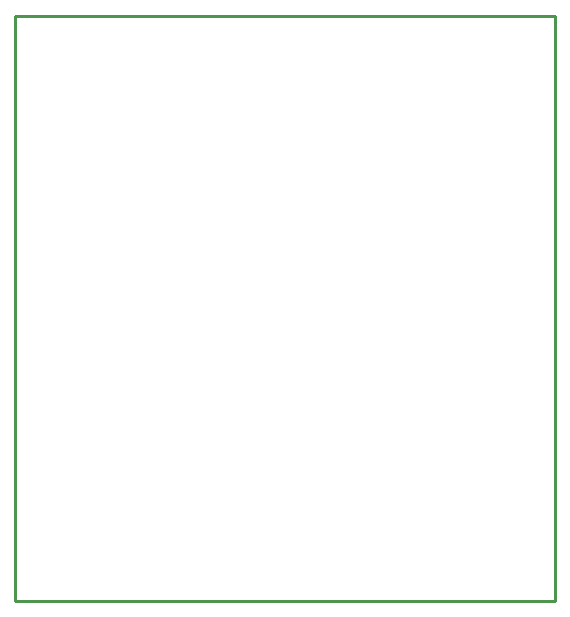
<source format=gbr>
G04 EAGLE Gerber RS-274X export*
G75*
%MOMM*%
%FSLAX34Y34*%
%LPD*%
%IN*%
%IPPOS*%
%AMOC8*
5,1,8,0,0,1.08239X$1,22.5*%
G01*
%ADD10C,0.254000*%


D10*
X0Y0D02*
X457000Y0D01*
X457000Y432310D01*
X457200Y495300D01*
X0Y495300D01*
X0Y0D01*
M02*

</source>
